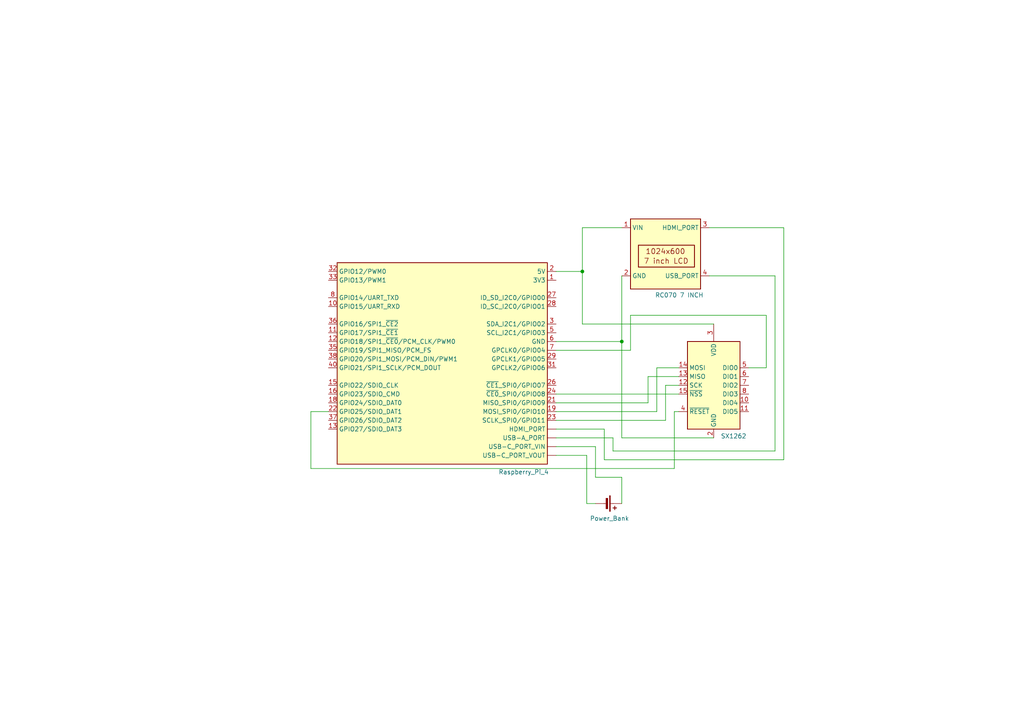
<source format=kicad_sch>
(kicad_sch (version 20250114) (generator "eeschema") (generator_version "9.0")
  (paper "A4")
  (title_block (title "Consola de Control") (date "2025-09-11"))
  (lib_symbols
    (symbol "Connector:Raspberry_Pi_4"
      (property "Value" "Raspberry_Pi_4" (at 23.622 -35.306 0))
      (symbol "Raspberry_Pi_4_0_1"
        (rectangle (start -30.48 25.4) (end 30.48 -33.02) (stroke (width 0.254)) (fill (type background)))
      )
      (symbol "Raspberry_Pi_4_1_0"
        (pin bidirectional line (at 33.02 -22.86 180) (length 2.54) (name "HDMI_PORT") (number ""))
        (pin bidirectional line (at 33.02 -25.4 180) (length 2.54) (name "USB-A_PORT") (number ""))
        (pin bidirectional line (at 33.02 -27.94 180) (length 2.54) (name "USB-C_PORT_VIN") (number ""))
        (pin bidirectional line (at 33.02 -30.48 180) (length 2.54) (name "USB-C_PORT_VOUT") (number ""))
      )
      (symbol "Raspberry_Pi_4_1_1"
        (pin bidirectional line (at -33.02 22.86 0) (length 2.54) (name "GPIO12/PWM0") (number "32"))
        (pin bidirectional line (at -33.02 20.32 0) (length 2.54) (name "GPIO13/PWM1") (number "33"))
        (pin bidirectional line (at -33.02 15.24 0) (length 2.54) (name "GPIO14/UART_TXD") (number "8"))
        (pin bidirectional line (at -33.02 12.7 0) (length 2.54) (name "GPIO15/UART_RXD") (number "10"))
        (pin bidirectional line (at -33.02 7.62 0) (length 2.54) (name "GPIO16/SPI1_~{CE2}") (number "36"))
        (pin bidirectional line (at -33.02 5.08 0) (length 2.54) (name "GPIO17/SPI1_~{CE1}") (number "11"))
        (pin bidirectional line (at -33.02 2.54 0) (length 2.54) (name "GPIO18/SPI1_~{CE0}/PCM_CLK/PWM0") (number "12"))
        (pin bidirectional line (at -33.02 0 0) (length 2.54) (name "GPIO19/SPI1_MISO/PCM_FS") (number "35"))
        (pin bidirectional line (at -33.02 -2.54 0) (length 2.54) (name "GPIO20/SPI1_MOSI/PCM_DIN/PWM1") (number "38"))
        (pin bidirectional line (at -33.02 -5.08 0) (length 2.54) (name "GPIO21/SPI1_SCLK/PCM_DOUT") (number "40"))
        (pin bidirectional line (at -33.02 -10.16 0) (length 2.54) (name "GPIO22/SDIO_CLK") (number "15"))
        (pin bidirectional line (at -33.02 -12.7 0) (length 2.54) (name "GPIO23/SDIO_CMD") (number "16"))
        (pin bidirectional line (at -33.02 -15.24 0) (length 2.54) (name "GPIO24/SDIO_DAT0") (number "18"))
        (pin bidirectional line (at -33.02 -17.78 0) (length 2.54) (name "GPIO25/SDIO_DAT1") (number "22"))
        (pin bidirectional line (at -33.02 -20.32 0) (length 2.54) (name "GPIO26/SDIO_DAT2") (number "37"))
        (pin bidirectional line (at -33.02 -22.86 0) (length 2.54) (name "GPIO27/SDIO_DAT3") (number "13"))
        (pin passive line (at 0 -35.56 90) (length 2.54) (hide yes) (name "GND") (number "14"))
        (pin passive line (at 0 -35.56 90) (length 2.54) (hide yes) (name "GND") (number "20"))
        (pin passive line (at 0 -35.56 90) (length 2.54) (hide yes) (name "GND") (number "25"))
        (pin passive line (at 0 -35.56 90) (length 2.54) (hide yes) (name "GND") (number "30"))
        (pin passive line (at 0 -35.56 90) (length 2.54) (hide yes) (name "GND") (number "34"))
        (pin passive line (at 0 -35.56 90) (length 2.54) (hide yes) (name "GND") (number "39"))
        (pin passive line (at 0 -35.56 90) (length 2.54) (hide yes) (name "GND") (number "9"))
        (pin power_out line (at 33.02 22.86 180) (length 2.54) (name "5V") (number "2"))
        (pin passive line (at 33.02 22.86 180) (length 2.54) (hide yes) (name "5V") (number "4"))
        (pin power_out line (at 33.02 20.32 180) (length 2.54) (name "3V3") (number "1"))
        (pin passive line (at 33.02 20.32 180) (length 2.54) (hide yes) (name "3V3") (number "17"))
        (pin bidirectional line (at 33.02 15.24 180) (length 2.54) (name "ID_SD_I2C0/GPIO00") (number "27"))
        (pin bidirectional line (at 33.02 12.7 180) (length 2.54) (name "ID_SC_I2C0/GPIO01") (number "28"))
        (pin bidirectional line (at 33.02 7.62 180) (length 2.54) (name "SDA_I2C1/GPIO02") (number "3"))
        (pin bidirectional line (at 33.02 5.08 180) (length 2.54) (name "SCL_I2C1/GPIO03") (number "5"))
        (pin power_out line (at 33.02 2.54 180) (length 2.54) (name "GND") (number "6"))
        (pin bidirectional line (at 33.02 0 180) (length 2.54) (name "GPCLK0/GPIO04") (number "7"))
        (pin bidirectional line (at 33.02 -2.54 180) (length 2.54) (name "GPCLK1/GPIO05") (number "29"))
        (pin bidirectional line (at 33.02 -5.08 180) (length 2.54) (name "GPCLK2/GPIO06") (number "31"))
        (pin bidirectional line (at 33.02 -10.16 180) (length 2.54) (name "~{CE1}_SPI0/GPIO07") (number "26"))
        (pin bidirectional line (at 33.02 -12.7 180) (length 2.54) (name "~{CE0}_SPI0/GPIO08") (number "24"))
        (pin bidirectional line (at 33.02 -15.24 180) (length 2.54) (name "MISO_SPI0/GPIO09") (number "21"))
        (pin bidirectional line (at 33.02 -17.78 180) (length 2.54) (name "MOSI_SPI0/GPIO10") (number "19"))
        (pin bidirectional line (at 33.02 -20.32 180) (length 2.54) (name "SCLK_SPI0/GPIO11") (number "23"))
      )
    )
    (symbol "Device:Battery_Cell" (pin_numbers (hide yes)) (pin_names (offset 0) (hide yes))
      (property "Reference" "BT" (at 2.54 2.54 0))
      (property "Value" "Battery_Cell" (at 2.54 0 0))
      (symbol "Battery_Cell_0_1"
        (rectangle (start -2.286 1.778) (end 2.286 1.524) (fill (type outline)))
        (rectangle (start -1.524 1.016) (end 1.524 0.508) (fill (type outline)))
        (polyline (pts (xy 0 1.778) (xy 0 2.54)))
        (polyline (pts (xy 0 0.762) (xy 0 0)))
        (polyline (pts (xy 0.762 3.048) (xy 1.778 3.048)) (stroke (width 0.254)))
        (polyline (pts (xy 1.27 3.556) (xy 1.27 2.54)) (stroke (width 0.254)))
      )
      (symbol "Battery_Cell_1_1"
        (pin passive line (at 0 5.08 270) (length 2.54) (name "+") (number "1"))
        (pin passive line (at 0 -2.54 90) (length 2.54) (name "-") (number "2"))
      )
    )
    (symbol "Display_Character:EA_T123X-I2C"
      (property "Value" "RC070 7 INCH" (at 21.336 -10.668 0))
      (symbol "EA_T123X-I2C_0_0"
        (rectangle (start -7.874 2.54) (end 8.382 -3.81) (stroke (width 0.254)))
      )
      (symbol "EA_T123X-I2C_0_1"
        (rectangle (start -10.16 10.16) (end 10.16 -10.16) (stroke (width 0.254)) (fill (type background)))
      )
      (symbol "EA_T123X-I2C_1_0"
        (pin power_in line (at -12.7 7.62 0) (length 2.54) (name "VIN") (number "1"))
        (pin power_in line (at -12.7 -6.35 0) (length 2.54) (name "GND") (number "2"))
      )
      (symbol "EA_T123X-I2C_1_1"
        (text "7 inch LCD" (at -6.35 -2.032 0) (effects (font (size 1.524 1.524)) (justify left)))
        (text "1024x600" (at -5.842 0.762 0) (effects (font (size 1.524 1.524)) (justify left)))
        (pin power_in line (at 12.7 7.62 180) (length 2.54) (name "HDMI_PORT") (number "3"))
        (pin power_in line (at 12.7 -6.35 180) (length 2.54) (name "USB_PORT") (number "4"))
      )
    )
    (symbol "RF_Module:Ai-Thinker-Ra-02"
      (property "Reference" "U" (at 2.54 19.05 0))
      (property "Value" "Ai-Thinker-Ra-02" (at 13.97 -15.24 0))
      (symbol "Ai-Thinker-Ra-02_0_1"
        (rectangle (start -7.62 12.7) (end 7.62 -12.7) (stroke (width 0.254)) (fill (type background)))
      )
      (symbol "Ai-Thinker-Ra-02_1_1"
        (pin input line (at -10.16 5.08 0) (length 2.54) (name "MOSI") (number "14"))
        (pin output line (at -10.16 2.54 0) (length 2.54) (name "MISO") (number "13"))
        (pin input line (at -10.16 0 0) (length 2.54) (name "SCK") (number "12"))
        (pin input line (at -10.16 -2.54 0) (length 2.54) (name "~{NSS}") (number "15"))
        (pin input line (at -10.16 -7.62 0) (length 2.54) (name "~{RESET}") (number "4"))
        (pin power_in line (at 0 17.78 270) (length 5.08) (name "VDD") (number "3"))
        (pin passive line (at 0 -15.24 90) (length 2.54) (hide yes) (name "GND") (number "1"))
        (pin passive line (at 0 -15.24 90) (length 2.54) (hide yes) (name "GND") (number "16"))
        (pin power_in line (at 0 -15.24 90) (length 2.54) (name "GND") (number "2"))
        (pin passive line (at 0 -15.24 90) (length 2.54) (hide yes) (name "GND") (number "9"))
        (pin bidirectional line (at 10.16 5.08 180) (length 2.54) (name "DIO0") (number "5"))
        (pin bidirectional line (at 10.16 2.54 180) (length 2.54) (name "DIO1") (number "6"))
        (pin bidirectional line (at 10.16 0 180) (length 2.54) (name "DIO2") (number "7"))
        (pin bidirectional line (at 10.16 -2.54 180) (length 2.54) (name "DIO3") (number "8"))
        (pin bidirectional line (at 10.16 -5.08 180) (length 2.54) (name "DIO4") (number "10"))
        (pin bidirectional line (at 10.16 -7.62 180) (length 2.54) (name "DIO5") (number "11"))
      )
    )
  )
  (junction (at 180.34 99.06))
  (junction (at 168.91 78.74))
  (wire (pts (xy 196.85 109.22) (xy 187.96 109.22)))
  (wire (pts (xy 170.18 146.05) (xy 170.18 132.08)))
  (wire (pts (xy 90.17 119.38) (xy 95.25 119.38)))
  (wire (pts (xy 168.91 78.74) (xy 161.29 78.74)))
  (wire (pts (xy 175.26 124.46) (xy 161.29 124.46)))
  (wire (pts (xy 168.91 66.04) (xy 168.91 78.74)))
  (wire (pts (xy 227.33 133.35) (xy 175.26 133.35)))
  (wire (pts (xy 217.17 106.68) (xy 222.25 106.68)))
  (wire (pts (xy 227.33 66.04) (xy 227.33 133.35)))
  (wire (pts (xy 161.29 114.3) (xy 196.85 114.3)))
  (wire (pts (xy 193.04 111.76) (xy 193.04 121.92)))
  (wire (pts (xy 180.34 80.01) (xy 180.34 99.06)))
  (wire (pts (xy 222.25 106.68) (xy 222.25 91.44)))
  (wire (pts (xy 205.74 66.04) (xy 227.33 66.04)))
  (wire (pts (xy 195.58 119.38) (xy 195.58 135.89)))
  (wire (pts (xy 180.34 146.05) (xy 180.34 138.43)))
  (wire (pts (xy 195.58 135.89) (xy 90.17 135.89)))
  (wire (pts (xy 170.18 132.08) (xy 161.29 132.08)))
  (wire (pts (xy 177.8 127) (xy 161.29 127)))
  (wire (pts (xy 182.88 101.6) (xy 161.29 101.6)))
  (wire (pts (xy 90.17 135.89) (xy 90.17 119.38)))
  (wire (pts (xy 161.29 99.06) (xy 180.34 99.06)))
  (wire (pts (xy 222.25 91.44) (xy 182.88 91.44)))
  (wire (pts (xy 175.26 133.35) (xy 175.26 124.46)))
  (wire (pts (xy 172.72 146.05) (xy 170.18 146.05)))
  (wire (pts (xy 180.34 138.43) (xy 172.72 138.43)))
  (wire (pts (xy 190.5 119.38) (xy 161.29 119.38)))
  (wire (pts (xy 196.85 111.76) (xy 193.04 111.76)))
  (wire (pts (xy 207.01 127) (xy 180.34 127)))
  (wire (pts (xy 224.79 130.81) (xy 177.8 130.81)))
  (wire (pts (xy 168.91 93.98) (xy 168.91 78.74)))
  (wire (pts (xy 182.88 91.44) (xy 182.88 101.6)))
  (wire (pts (xy 187.96 116.84) (xy 161.29 116.84)))
  (wire (pts (xy 172.72 129.54) (xy 161.29 129.54)))
  (wire (pts (xy 172.72 138.43) (xy 172.72 129.54)))
  (wire (pts (xy 207.01 93.98) (xy 168.91 93.98)))
  (wire (pts (xy 205.74 80.01) (xy 224.79 80.01)))
  (wire (pts (xy 224.79 80.01) (xy 224.79 130.81)))
  (wire (pts (xy 190.5 106.68) (xy 190.5 119.38)))
  (wire (pts (xy 193.04 121.92) (xy 161.29 121.92)))
  (wire (pts (xy 196.85 119.38) (xy 195.58 119.38)))
  (wire (pts (xy 180.34 127) (xy 180.34 99.06)))
  (wire (pts (xy 180.34 66.04) (xy 168.91 66.04)))
  (wire (pts (xy 196.85 106.68) (xy 190.5 106.68)))
  (wire (pts (xy 177.8 130.81) (xy 177.8 127)))
  (wire (pts (xy 187.96 109.22) (xy 187.96 116.84)))
  (symbol (lib_id "Display_Character:EA_T123X-I2C") (at 193.04 73.66 0) (unit 1)
    (property "Reference" "U1" (effects (hide yes)))
    (property "Value" "RC070 7 INCH" (at 189.992 85.598 0) (effects (justify left)))
  )
  (symbol (lib_id "Connector:Raspberry_Pi_4") (at 128.27 101.6 0) (unit 1)
    (property "Reference" "J1" (effects (hide yes)))
    (property "Value" "Raspberry_Pi_4" (at 151.892 136.906 0))
  )
  (symbol (lib_id "Device:Battery_Cell") (at 175.26 146.05 270) (unit 1)
    (property "Reference" "BT1" (effects (hide yes)))
    (property "Value" "Power_Bank" (at 176.784 150.368 90))
    (property "Description" "Single-cell battery" (effects (hide yes)))
  )
  (symbol (lib_id "RF_Module:Ai-Thinker-Ra-02") (at 207.01 111.76 0) (unit 1)
    (property "Reference" "U2" (effects (hide yes)))
    (property "Value" "SX1262" (at 209.042 126.492 0) (effects (justify left)))
    (property "Footprint" "RF_Module:Ai-Thinker-Ra-01-LoRa" (effects (hide yes)))
    (property "Datasheet" "http://wiki.ai-thinker.com/_media/lora/docs/c048ps01a1_ra-02_product_specification_v1.1.pdf" (effects (hide yes)))
    (property "Description" "Ai-Thinker Ra-02 410-525 MHz LoRa Module, SPI interface, U.FL antenna connector" (effects (hide yes)))
  )
)
</source>
